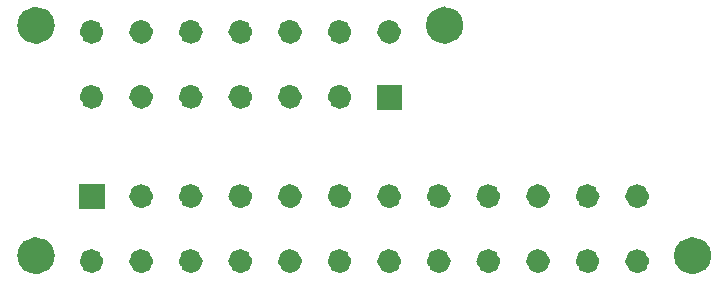
<source format=gbr>
%TF.GenerationSoftware,KiCad,Pcbnew,(5.0.2-5)-5*%
%TF.CreationDate,2023-05-01T14:03:50+02:00*%
%TF.ProjectId,SS1_ATX,5353315f-4154-4582-9e6b-696361645f70,rev?*%
%TF.SameCoordinates,Original*%
%TF.FileFunction,Soldermask,Bot*%
%TF.FilePolarity,Negative*%
%FSLAX46Y46*%
G04 Gerber Fmt 4.6, Leading zero omitted, Abs format (unit mm)*
G04 Created by KiCad (PCBNEW (5.0.2-5)-5) date Lundi 01 mai 2023 à 14:03:50*
%MOMM*%
%LPD*%
G01*
G04 APERTURE LIST*
%ADD10C,0.010000*%
%ADD11C,1.026200*%
%ADD12C,1.576200*%
%ADD13C,0.100000*%
G04 APERTURE END LIST*
D10*
%TO.C,J2*%
G36*
X123726200Y-118863800D02*
X121673800Y-118863800D01*
X121673800Y-120916200D01*
X123726200Y-120916200D01*
X123726200Y-118863800D01*
G37*
X123726200Y-118863800D02*
X121673800Y-118863800D01*
X121673800Y-120916200D01*
X123726200Y-120916200D01*
X123726200Y-118863800D01*
D11*
X119013100Y-119890000D02*
G75*
G03X119013100Y-119890000I-513100J0D01*
G01*
D12*
X128188100Y-113830000D02*
G75*
G03X128188100Y-113830000I-788100J0D01*
G01*
D11*
X123213100Y-114390000D02*
G75*
G03X123213100Y-114390000I-513100J0D01*
G01*
X119013100Y-114390000D02*
G75*
G03X119013100Y-114390000I-513100J0D01*
G01*
D12*
X93588100Y-113830000D02*
G75*
G03X93588100Y-113830000I-788100J0D01*
G01*
D11*
X114813100Y-119890000D02*
G75*
G03X114813100Y-119890000I-513100J0D01*
G01*
X110613100Y-119890000D02*
G75*
G03X110613100Y-119890000I-513100J0D01*
G01*
X106413100Y-119890000D02*
G75*
G03X106413100Y-119890000I-513100J0D01*
G01*
X102213100Y-119890000D02*
G75*
G03X102213100Y-119890000I-513100J0D01*
G01*
X98013100Y-119890000D02*
G75*
G03X98013100Y-119890000I-513100J0D01*
G01*
X114813100Y-114390000D02*
G75*
G03X114813100Y-114390000I-513100J0D01*
G01*
X110613100Y-114390000D02*
G75*
G03X110613100Y-114390000I-513100J0D01*
G01*
X106413100Y-114390000D02*
G75*
G03X106413100Y-114390000I-513100J0D01*
G01*
X102213100Y-114390000D02*
G75*
G03X102213100Y-114390000I-513100J0D01*
G01*
X98013100Y-114390000D02*
G75*
G03X98013100Y-114390000I-513100J0D01*
G01*
D10*
%TO.C,J1*%
G36*
X98526200Y-129326200D02*
X96473800Y-129326200D01*
X96473800Y-127273800D01*
X98526200Y-127273800D01*
X98526200Y-129326200D01*
G37*
X98526200Y-129326200D02*
X96473800Y-129326200D01*
X96473800Y-127273800D01*
X98526200Y-127273800D01*
X98526200Y-129326200D01*
D11*
X102213100Y-128300000D02*
G75*
G03X102213100Y-128300000I-513100J0D01*
G01*
X106413100Y-128300000D02*
G75*
G03X106413100Y-128300000I-513100J0D01*
G01*
X110613100Y-128300000D02*
G75*
G03X110613100Y-128300000I-513100J0D01*
G01*
X114813100Y-128300000D02*
G75*
G03X114813100Y-128300000I-513100J0D01*
G01*
X119013100Y-128300000D02*
G75*
G03X119013100Y-128300000I-513100J0D01*
G01*
X123213100Y-128300000D02*
G75*
G03X123213100Y-128300000I-513100J0D01*
G01*
X127413100Y-128300000D02*
G75*
G03X127413100Y-128300000I-513100J0D01*
G01*
X131613100Y-128300000D02*
G75*
G03X131613100Y-128300000I-513100J0D01*
G01*
X135813100Y-128300000D02*
G75*
G03X135813100Y-128300000I-513100J0D01*
G01*
X140013100Y-128300000D02*
G75*
G03X140013100Y-128300000I-513100J0D01*
G01*
X144213100Y-128300000D02*
G75*
G03X144213100Y-128300000I-513100J0D01*
G01*
X98013100Y-133800000D02*
G75*
G03X98013100Y-133800000I-513100J0D01*
G01*
X102213100Y-133800000D02*
G75*
G03X102213100Y-133800000I-513100J0D01*
G01*
X106413100Y-133800000D02*
G75*
G03X106413100Y-133800000I-513100J0D01*
G01*
X110613100Y-133800000D02*
G75*
G03X110613100Y-133800000I-513100J0D01*
G01*
X114813100Y-133800000D02*
G75*
G03X114813100Y-133800000I-513100J0D01*
G01*
X119013100Y-133800000D02*
G75*
G03X119013100Y-133800000I-513100J0D01*
G01*
X123213100Y-133800000D02*
G75*
G03X123213100Y-133800000I-513100J0D01*
G01*
X127413100Y-133800000D02*
G75*
G03X127413100Y-133800000I-513100J0D01*
G01*
X131613100Y-133800000D02*
G75*
G03X131613100Y-133800000I-513100J0D01*
G01*
X135813100Y-133800000D02*
G75*
G03X135813100Y-133800000I-513100J0D01*
G01*
X140013100Y-133800000D02*
G75*
G03X140013100Y-133800000I-513100J0D01*
G01*
X144213100Y-133800000D02*
G75*
G03X144213100Y-133800000I-513100J0D01*
G01*
D12*
X149188100Y-133340000D02*
G75*
G03X149188100Y-133340000I-788100J0D01*
G01*
X93588100Y-133340000D02*
G75*
G03X93588100Y-133340000I-788100J0D01*
G01*
D13*
G36*
X148740935Y-131878429D02*
X148837534Y-131897644D01*
X149110517Y-132010717D01*
X149352920Y-132172687D01*
X149356197Y-132174876D01*
X149565124Y-132383803D01*
X149729284Y-132629485D01*
X149842356Y-132902467D01*
X149900000Y-133192261D01*
X149900000Y-133487739D01*
X149842356Y-133777533D01*
X149729284Y-134050515D01*
X149565124Y-134296197D01*
X149356197Y-134505124D01*
X149356194Y-134505126D01*
X149110517Y-134669283D01*
X148837534Y-134782356D01*
X148740935Y-134801571D01*
X148547739Y-134840000D01*
X148252261Y-134840000D01*
X148059065Y-134801571D01*
X147962466Y-134782356D01*
X147689483Y-134669283D01*
X147443806Y-134505126D01*
X147443803Y-134505124D01*
X147234876Y-134296197D01*
X147070716Y-134050515D01*
X146957644Y-133777533D01*
X146900000Y-133487739D01*
X146900000Y-133192261D01*
X146957644Y-132902467D01*
X147070716Y-132629485D01*
X147234876Y-132383803D01*
X147443803Y-132174876D01*
X147447080Y-132172687D01*
X147689483Y-132010717D01*
X147962466Y-131897644D01*
X148059065Y-131878429D01*
X148252261Y-131840000D01*
X148547739Y-131840000D01*
X148740935Y-131878429D01*
X148740935Y-131878429D01*
G37*
G36*
X93140935Y-131878429D02*
X93237534Y-131897644D01*
X93510517Y-132010717D01*
X93752920Y-132172687D01*
X93756197Y-132174876D01*
X93965124Y-132383803D01*
X94129284Y-132629485D01*
X94242356Y-132902467D01*
X94300000Y-133192261D01*
X94300000Y-133487739D01*
X94242356Y-133777533D01*
X94129284Y-134050515D01*
X93965124Y-134296197D01*
X93756197Y-134505124D01*
X93756194Y-134505126D01*
X93510517Y-134669283D01*
X93237534Y-134782356D01*
X93140935Y-134801571D01*
X92947739Y-134840000D01*
X92652261Y-134840000D01*
X92459065Y-134801571D01*
X92362466Y-134782356D01*
X92089483Y-134669283D01*
X91843806Y-134505126D01*
X91843803Y-134505124D01*
X91634876Y-134296197D01*
X91470716Y-134050515D01*
X91357644Y-133777533D01*
X91300000Y-133487739D01*
X91300000Y-133192261D01*
X91357644Y-132902467D01*
X91470716Y-132629485D01*
X91634876Y-132383803D01*
X91843803Y-132174876D01*
X91847080Y-132172687D01*
X92089483Y-132010717D01*
X92362466Y-131897644D01*
X92459065Y-131878429D01*
X92652261Y-131840000D01*
X92947739Y-131840000D01*
X93140935Y-131878429D01*
X93140935Y-131878429D01*
G37*
G36*
X127740935Y-112368429D02*
X127837534Y-112387644D01*
X128110517Y-112500717D01*
X128352920Y-112662687D01*
X128356197Y-112664876D01*
X128565124Y-112873803D01*
X128729284Y-113119485D01*
X128842356Y-113392467D01*
X128900000Y-113682261D01*
X128900000Y-113977739D01*
X128842356Y-114267533D01*
X128729284Y-114540515D01*
X128565124Y-114786197D01*
X128356197Y-114995124D01*
X128356194Y-114995126D01*
X128110517Y-115159283D01*
X127837534Y-115272356D01*
X127740935Y-115291571D01*
X127547739Y-115330000D01*
X127252261Y-115330000D01*
X127059065Y-115291571D01*
X126962466Y-115272356D01*
X126689483Y-115159283D01*
X126443806Y-114995126D01*
X126443803Y-114995124D01*
X126234876Y-114786197D01*
X126070716Y-114540515D01*
X125957644Y-114267533D01*
X125900000Y-113977739D01*
X125900000Y-113682261D01*
X125957644Y-113392467D01*
X126070716Y-113119485D01*
X126234876Y-112873803D01*
X126443803Y-112664876D01*
X126447080Y-112662687D01*
X126689483Y-112500717D01*
X126962466Y-112387644D01*
X127059065Y-112368429D01*
X127252261Y-112330000D01*
X127547739Y-112330000D01*
X127740935Y-112368429D01*
X127740935Y-112368429D01*
G37*
G36*
X93140935Y-112368429D02*
X93237534Y-112387644D01*
X93510517Y-112500717D01*
X93752920Y-112662687D01*
X93756197Y-112664876D01*
X93965124Y-112873803D01*
X94129284Y-113119485D01*
X94242356Y-113392467D01*
X94300000Y-113682261D01*
X94300000Y-113977739D01*
X94242356Y-114267533D01*
X94129284Y-114540515D01*
X93965124Y-114786197D01*
X93756197Y-114995124D01*
X93756194Y-114995126D01*
X93510517Y-115159283D01*
X93237534Y-115272356D01*
X93140935Y-115291571D01*
X92947739Y-115330000D01*
X92652261Y-115330000D01*
X92459065Y-115291571D01*
X92362466Y-115272356D01*
X92089483Y-115159283D01*
X91843806Y-114995126D01*
X91843803Y-114995124D01*
X91634876Y-114786197D01*
X91470716Y-114540515D01*
X91357644Y-114267533D01*
X91300000Y-113977739D01*
X91300000Y-113682261D01*
X91357644Y-113392467D01*
X91470716Y-113119485D01*
X91634876Y-112873803D01*
X91843803Y-112664876D01*
X91847080Y-112662687D01*
X92089483Y-112500717D01*
X92362466Y-112387644D01*
X92459065Y-112368429D01*
X92652261Y-112330000D01*
X92947739Y-112330000D01*
X93140935Y-112368429D01*
X93140935Y-112368429D01*
G37*
M02*

</source>
